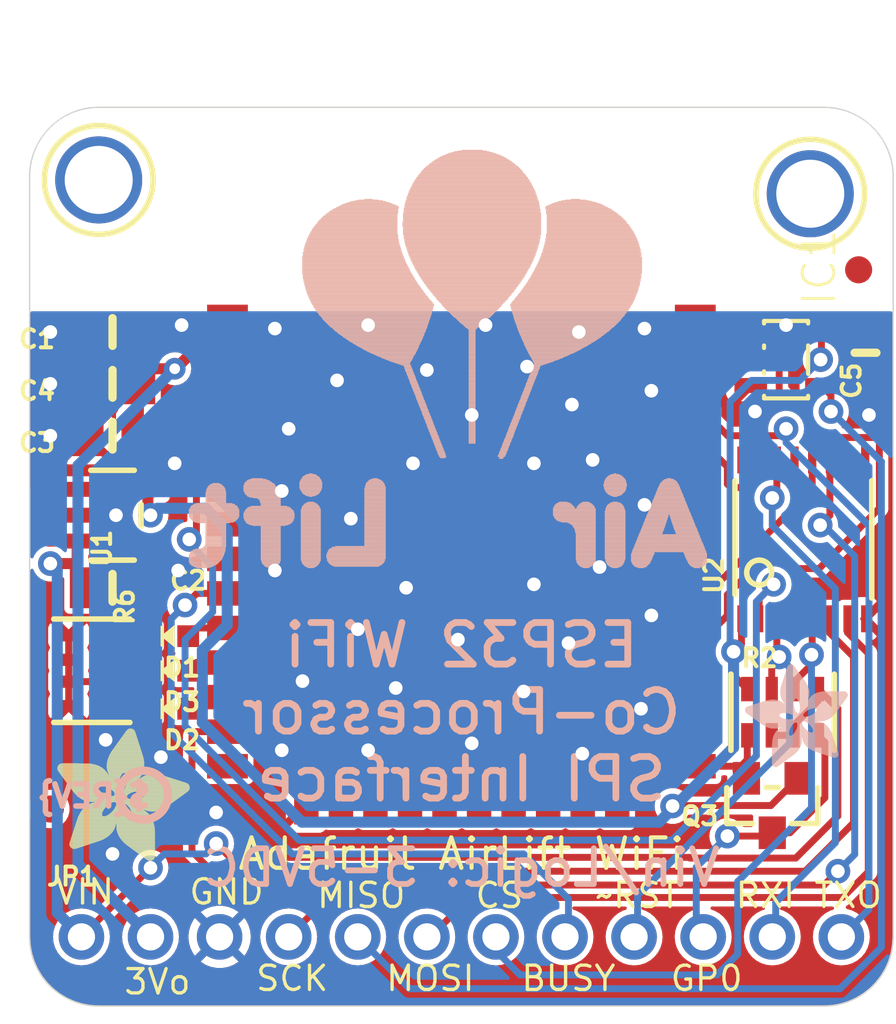
<source format=kicad_pcb>
(kicad_pcb (version 20221018) (generator pcbnew)
  (layers (0 "F.Cu" signal) (1 "In1.Cu" signal) (2 "In2.Cu" signal) (3 "In3.Cu" signal) (4 "In4.Cu" signal) (5 "In5.Cu" signal) (6 "In6.Cu" signal) (7 "In7.Cu" signal) (8 "In8.Cu" signal) (9 "In9.Cu" signal) (10 "In10.Cu" signal) (11 "In11.Cu" signal) (12 "In12.Cu" signal) (13 "In13.Cu" signal) (14 "In14.Cu" signal) (31 "B.Cu" signal) (34 "B.Paste" user) (35 "F.Paste" user) (36 "B.SilkS" user "B.Silkscreen") (37 "F.SilkS" user "F.Silkscreen") (38 "B.Mask" user) (39 "F.Mask" user) (44 "Edge.Cuts" user))
  (net 0 "")
  (net 1 "GND")
  (net 2 "VIN")
  (net 3 "3.3V")
  (net 4 "RESET")
  (net 5 "GPIO0")
  (net 6 "CS_3V")
  (net 7 "RXD")
  (net 8 "ESP_MISO")
  (net 9 "ESP_BUSY")
  (net 10 "SCK")
  (net 11 "MISO")
  (net 12 "MOSI")
  (net 13 "CS")
  (net 14 "RX_3V")
  (net 15 "ESP_TX")
  (net 16 "GPIO0_3V")
  (net 17 "MOSI_3V")
  (net 18 "SCK_3V")
  (net 19 "RESET_3V")
  (net 20 "RED")
  (net 21 "BLUE")
  (net 22 "GREEN")
  (net 23 "N$1")
  (net 24 "N$2")
  (net 25 "N$3")
  (footprint "working:FIDUCIAL_1MM" (layer "F.Cu") (at 163.1061 94.4626)
    (fp_text reference "FID3" hide)
    (fp_text value "FIDUCIAL_1MM" hide)
  )
  (footprint "working:FIDUCIAL_1MM" (layer "F.Cu") (at 133.3881 114.2746)
    (fp_text reference "FID1" hide)
    (fp_text value "FIDUCIAL_1MM" hide)
  )
  (footprint "working:0603-NO" (layer "F.Cu") (at 163.3601 97.5106 -90)
    (fp_text reference "C5")
    (fp_text value "0.1uF")
  )
  (footprint "working:WROOM32" (layer "F.Cu") (at 148.5011 101.1936)
    (fp_text reference "X1" hide)
    (fp_text value "ESP32_WROOM32" hide)
  )
  (footprint "working:CHIPLED_0603_NOOUTLINE" (layer "F.Cu") (at 137.7061 109.1946 90)
    (fp_text reference "D3")
    (fp_text value "RED")
  )
  (footprint "working:0805-NO" (layer "F.Cu") (at 135.6741 96.7486 180)
    (fp_text reference "C1")
    (fp_text value "10uF")
  )
  (footprint "working:CHIPLED_0603_NOOUTLINE" (layer "F.Cu") (at 137.7061 110.5916 90)
    (fp_text reference "D2")
    (fp_text value "BLUE")
  )
  (footprint "working:MOUNTINGHOLE_2.5_PLATED" (layer "F.Cu") (at 161.3281 91.6686)
    (fp_text reference "U$16" hide)
    (fp_text value "MOUNTINGHOLE2.5" hide)
  )
  (footprint "working:0805-NO" (layer "F.Cu") (at 135.6741 106.1466)
    (fp_text reference "C2")
    (fp_text value "10uF")
  )
  (footprint "working:SOT23-5L" (layer "F.Cu") (at 160.4391 97.7646 -90)
    (fp_text reference "IC1")
    (fp_text value "74AHC1G125")
  )
  (footprint "working:0805-NO" (layer "F.Cu") (at 135.6741 100.5586 180)
    (fp_text reference "C3")
    (fp_text value "10uF")
  )
  (footprint "working:SOT23-5" (layer "F.Cu") (at 135.6741 103.4796 -90)
    (fp_text reference "U1")
    (fp_text value "AP2112-3.3")
  )
  (footprint "working:1X12_ROUND" (layer "F.Cu") (at 148.5011 118.9736)
    (fp_text reference "JP1")
    (fp_text value "")
  )
  (footprint "working:CHIPLED_0603_NOOUTLINE" (layer "F.Cu") (at 137.7061 107.9246 90)
    (fp_text reference "D1")
    (fp_text value "GREEN")
  )
  (footprint "working:RESPACK_4X0603" (layer "F.Cu") (at 134.9121 109.1946 -90)
    (fp_text reference "R6")
    (fp_text value "1K")
  )
  (footprint "working:RESPACK_4X0603" (layer "F.Cu") (at 160.3121 110.7186)
    (fp_text reference "R2")
    (fp_text value "10K")
  )
  (footprint "working:ADAFRUIT_5MM" (layer "F.Cu") (at 133.6421 116.1796)
    (fp_text reference "U$21" hide)
    (fp_text value "" hide)
  )
  (footprint "working:0805-NO" (layer "F.Cu") (at 135.6741 98.6536 180)
    (fp_text reference "C4")
    (fp_text value "10uF")
  )
  (footprint "working:SOT23-WIDE" (layer "F.Cu") (at 159.9311 114.1476 180)
    (fp_text reference "Q3")
    (fp_text value "BSS138")
  )
  (footprint "working:MOUNTINGHOLE_2.5_PLATED" (layer "F.Cu") (at 135.1661 91.1606)
    (fp_text reference "U$15" hide)
    (fp_text value "MOUNTINGHOLE2.5" hide)
  )
  (footprint "working:TSSOP16" (layer "F.Cu") (at 161.0741 104.3686)
    (fp_text reference "U2")
    (fp_text value "74AHC4050")
  )
  (footprint "working:AIRLIFT" (layer "B.Cu") (at 157.5181 106.7816 180)
    (fp_text reference "U$24" hide)
    (fp_text value "" hide)
  )
  (footprint "working:ADAFRUIT_3.5MM" (layer "B.Cu") (at 162.7251 112.7506 180)
    (fp_text reference "U$2" hide)
    (fp_text value "" hide)
  )
  (footprint "working:PCBFEAT-REV-040" (layer "B.Cu") (at 136.8171 113.7666 180)
    (fp_text reference "U$13" hide)
    (fp_text value "" hide)
  )
  (gr_line (start 135.1661 121.5136) (end 161.8361 121.5136) (stroke (width 0.05)) (layer "Edge.Cuts"))
  (gr_line (start 164.3761 118.9736) (end 164.3761 91.0336) (stroke (width 0.05)) (layer "Edge.Cuts"))
  (gr_arc (start 132.6261 91.0336) (mid 133.370049 89.237549) (end 135.1661 88.4936) (stroke (width 0.05)) (layer "Edge.Cuts"))
  (gr_line (start 132.6261 91.0336) (end 132.6261 118.9736) (stroke (width 0.05)) (layer "Edge.Cuts"))
  (gr_arc (start 164.3761 118.9736) (mid 163.632151 120.769651) (end 161.8361 121.5136) (stroke (width 0.05)) (layer "Edge.Cuts"))
  (gr_line (start 161.8361 88.4936) (end 135.1661 88.4936) (stroke (width 0.05)) (layer "Edge.Cuts"))
  (gr_arc (start 161.8361 88.4936) (mid 163.632151 89.237549) (end 164.3761 91.0336) (stroke (width 0.05)) (layer "Edge.Cuts"))
  (gr_arc (start 135.1661 121.5136) (mid 133.370049 120.769651) (end 132.6261 118.9736) (stroke (width 0.05)) (layer "Edge.Cuts"))
  (gr_text "ESP32 WiFi\nCo-Processor\nSPI Interface" (at 148.5011 110.7186) (layer "B.SilkS") (effects (font (size 1.52908 1.52908) (thickness 0.24892)) (justify mirror)))
  (gr_text "Vin/Logic: 3-5VDC" (at 148.5011 116.4336) (layer "B.SilkS") (effects (font (size 1.31064 1.31064) (thickness 0.21336)) (justify mirror)))
  (gr_text "RXI" (at 159.6771 117.4496) (layer "F.SilkS") (effects (font (size 0.89408 0.89408) (thickness 0.12192))))
  (gr_text "~RST" (at 154.9781 117.4496) (layer "F.SilkS") (effects (font (size 0.89408 0.89408) (thickness 0.12192))))
  (gr_text "SCK" (at 142.2781 120.4976) (layer "F.SilkS") (effects (font (size 0.89408 0.89408) (thickness 0.12192))))
  (gr_text "VIN" (at 134.6581 117.3226) (layer "F.SilkS") (effects (font (size 0.89408 0.89408) (thickness 0.12192))))
  (gr_text "MISO" (at 144.8181 117.4496) (layer "F.SilkS") (effects (font (size 0.89408 0.89408) (thickness 0.12192))))
  (gr_text "GP0" (at 157.5181 120.4976) (layer "F.SilkS") (effects (font (size 0.89408 0.89408) (thickness 0.12192))))
  (gr_text "GND" (at 139.8651 117.3226) (layer "F.SilkS") (effects (font (size 0.89408 0.89408) (thickness 0.12192))))
  (gr_text "MOSI" (at 147.3581 120.4976) (layer "F.SilkS") (effects (font (size 0.89408 0.89408) (thickness 0.12192))))
  (gr_text "3Vo" (at 137.3251 120.6246) (layer "F.SilkS") (effects (font (size 0.89408 0.89408) (thickness 0.12192))))
  (gr_text "Adafruit AirLift WiFi" (at 148.5011 115.9256) (layer "F.SilkS") (effects (font (size 1.1176 1.1176) (thickness 0.1524))))
  (gr_text "CS" (at 149.8981 117.4496) (layer "F.SilkS") (effects (font (size 0.89408 0.89408) (thickness 0.12192))))
  (gr_text "TXO" (at 162.7251 117.4496) (layer "F.SilkS") (effects (font (size 0.89408 0.89408) (thickness 0.12192))))
  (gr_text "BUSY" (at 152.4381 120.4976) (layer "F.SilkS") (effects (font (size 0.89408 0.89408) (thickness 0.12192))))
  (segment (start 135.7621 109.5946) (end 134.0621 109.5946) (width 0.254) (layer "F.Cu") (net 1))
  (segment (start 134.0621 107.8946) (end 134.0621 108.7946) (width 0.254) (layer "F.Cu") (net 1))
  (segment (start 134.0621 109.5946) (end 134.0621 110.4946) (width 0.254) (layer "F.Cu") (net 1))
  (segment (start 134.0621 108.7946) (end 134.0621 109.5946) (width 0.254) (layer "F.Cu") (net 1))
  (via (at 133.3881 96.7486) (size 0.9064) (drill 0.5) (layers "F.Cu" "B.Cu") (net 1))
  (via (at 143.9291 98.5266) (size 0.9064) (drill 0.5) (layers "F.Cu" "B.Cu") (net 1))
  (via (at 151.1681 106.0196) (size 0.9064) (drill 0.5) (layers "F.Cu" "B.Cu") (net 1))
  (via (at 155.2321 96.6216) (size 0.9064) (drill 0.5) (layers "F.Cu" "B.Cu") (net 1))
  (via (at 146.7231 101.5746) (size 0.9064) (drill 0.5) (layers "F.Cu" "B.Cu") (net 1))
  (via (at 148.3741 108.0516) (size 0.9064) (drill 0.5) (layers "F.Cu" "B.Cu") (net 1))
  (via (at 146.4691 106.1466) (size 0.9064) (drill 0.5) (layers "F.Cu" "B.Cu") (net 1))
  (via (at 135.8011 103.4796) (size 0.9064) (drill 0.5) (layers "F.Cu" "B.Cu") (net 1))
  (via (at 145.0721 112.1156) (size 0.9064) (drill 0.5) (layers "F.Cu" "B.Cu") (net 1))
  (via (at 152.9461 112.2426) (size 0.9064) (drill 0.5) (layers "F.Cu" "B.Cu") (net 1))
  (via (at 151.1681 101.5746) (size 0.9064) (drill 0.5) (layers "F.Cu" "B.Cu") (net 1))
  (via (at 141.8971 102.5906) (size 0.9064) (drill 0.5) (layers "F.Cu" "B.Cu") (net 1))
  (via (at 150.7871 109.9566) (size 0.9064) (drill 0.5) (layers "F.Cu" "B.Cu") (net 1))
  (via (at 155.1051 110.5916) (size 0.9064) (drill 0.5) (layers "F.Cu" "B.Cu") (net 1))
  (via (at 163.4871 99.7966) (size 0.9064) (drill 0.5) (layers "F.Cu" "B.Cu") (net 1))
  (via (at 146.0881 109.8296) (size 0.9064) (drill 0.5) (layers "F.Cu" "B.Cu") (net 1))
  (via (at 138.2141 96.4946) (size 0.9064) (drill 0.5) (layers "F.Cu" "B.Cu") (net 1))
  (via (at 141.8971 112.1156) (size 0.9064) (drill 0.5) (layers "F.Cu" "B.Cu") (net 1))
  (via (at 159.2961 99.6696) (size 0.9064) (drill 0.5) (layers "F.Cu" "B.Cu") (net 1))
  (via (at 160.4391 96.4946) (size 0.9064) (drill 0.5) (layers "F.Cu" "B.Cu") (net 1))
  (via (at 147.2311 98.1456) (size 0.9064) (drill 0.5) (layers "F.Cu" "B.Cu") (net 1))
  (via (at 145.0721 96.4946) (size 0.9064) (drill 0.5) (layers "F.Cu" "B.Cu") (net 1))
  (via (at 150.9141 98.0186) (size 0.9064) (drill 0.5) (layers "F.Cu" "B.Cu") (net 1))
  (via (at 141.6431 105.5116) (size 0.9064) (drill 0.5) (layers "F.Cu" "B.Cu") (net 1))
  (via (at 133.3881 98.6536) (size 0.9064) (drill 0.5) (layers "F.Cu" "B.Cu") (net 1))
  (via (at 133.3881 100.5586) (size 0.9064) (drill 0.5) (layers "F.Cu" "B.Cu") (net 1))
  (via (at 153.3271 101.4476) (size 0.9064) (drill 0.5) (layers "F.Cu" "B.Cu") (net 1))
  (via (at 141.6431 96.6216) (size 0.9064) (drill 0.5) (layers "F.Cu" "B.Cu") (net 1))
  (via (at 138.0871 105.5116) (size 0.9064) (drill 0.5) (layers "F.Cu" "B.Cu") (net 1))
  (via (at 137.9601 101.5746) (size 0.9064) (drill 0.5) (layers "F.Cu" "B.Cu") (net 1))
  (via (at 135.4201 111.7346) (size 0.9064) (drill 0.5) (layers "F.Cu" "B.Cu") (net 1))
  (via (at 149.3901 96.4946) (size 0.9064) (drill 0.5) (layers "F.Cu" "B.Cu") (net 1))
  (via (at 142.1511 100.3046) (size 0.9064) (drill 0.5) (layers "F.Cu" "B.Cu") (net 1))
  (via (at 152.4381 108.1786) (size 0.9064) (drill 0.5) (layers "F.Cu" "B.Cu") (net 1))
  (via (at 153.5811 105.3846) (size 0.9064) (drill 0.5) (layers "F.Cu" "B.Cu") (net 1))
  (via (at 155.4861 98.9076) (size 0.9064) (drill 0.5) (layers "F.Cu" "B.Cu") (net 1))
  (via (at 155.2321 103.0986) (size 0.9064) (drill 0.5) (layers "F.Cu" "B.Cu") (net 1))
  (via (at 139.4841 114.4016) (size 0.9064) (drill 0.5) (layers "F.Cu" "B.Cu") (net 1))
  (via (at 137.4521 112.3696) (size 0.9064) (drill 0.5) (layers "F.Cu" "B.Cu") (net 1))
  (via (at 135.6741 115.9256) (size 0.9064) (drill 0.5) (layers "F.Cu" "B.Cu") (net 1))
  (via (at 148.8821 99.7966) (size 0.9064) (drill 0.5) (layers "F.Cu" "B.Cu") (net 1))
  (via (at 152.8191 96.7486) (size 0.9064) (drill 0.5) (layers "F.Cu" "B.Cu") (net 1))
  (via (at 144.6911 107.6706) (size 0.9064) (drill 0.5) (layers "F.Cu" "B.Cu") (net 1))
  (via (at 142.6591 109.5756) (size 0.9064) (drill 0.5) (layers "F.Cu" "B.Cu") (net 1))
  (via (at 144.4371 103.6066) (size 0.9064) (drill 0.5) (layers "F.Cu" "B.Cu") (net 1))
  (via (at 155.4861 107.1626) (size 0.9064) (drill 0.5) (layers "F.Cu" "B.Cu") (net 1))
  (via (at 152.5651 99.4156) (size 0.9064) (drill 0.5) (layers "F.Cu" "B.Cu") (net 1))
  (via (at 148.8821 111.8616) (size 0.9064) (drill 0.5) (layers "F.Cu" "B.Cu") (net 1))
  (segment (start 161.6211 109.8686) (end 162.3441 110.5916) (width 0.254) (layer "F.Cu") (net 2))
  (segment (start 161.6121 109.8686) (end 161.6211 109.8686) (width 0.254) (layer "F.Cu") (net 2))
  (segment (start 133.3221 102.5296) (end 133.1341 102.7176) (width 0.4064) (layer "F.Cu") (net 2))
  (segment (start 160.6931 111.2266) (end 160.6931 111.5686) (width 0.254) (layer "F.Cu") (net 2))
  (segment (start 156.9083 116.0778) (end 156.8831 116.0526) (width 0.254) (layer "F.Cu") (net 2))
  (segment (start 159.9121 111.5686) (end 160.6931 111.5686) (width 0.254) (layer "F.Cu") (net 2))
  (segment (start 162.3441 114.5286) (end 160.7949 116.0778) (width 0.254) (layer "F.Cu") (net 2))
  (segment (start 160.6931 111.5686) (end 160.7121 111.5686) (width 0.254) (layer "F.Cu") (net 2))
  (segment (start 133.1341 102.7176) (end 133.1341 104.2416) (width 0.4064) (layer "F.Cu") (net 2))
  (segment (start 160.7949 116.0778) (end 156.9083 116.0778) (width 0.254) (layer "F.Cu") (net 2))
  (segment (start 134.374 104.4296) (end 133.3221 104.4296) (width 0.4064) (layer "F.Cu") (net 2))
  (segment (start 161.6121 109.8686) (end 161.6121 110.3076) (width 0.254) (layer "F.Cu") (net 2))
  (segment (start 134.374 104.4296) (end 134.374 105.2576) (width 0.4064) (layer "F.Cu") (net 2))
  (segment (start 162.3441 110.5916) (end 162.3441 114.5286) (width 0.254) (layer "F.Cu") (net 2))
  (segment (start 134.7241 106.1466) (end 134.374 105.7965) (width 0.4064) (layer "F.Cu") (net 2))
  (segment (start 137.0711 116.4336) (end 134.5311 118.9736) (width 0.254) (layer "F.Cu") (net 2))
  (segment (start 161.6121 110.3076) (end 160.6931 111.2266) (width 0.254) (layer "F.Cu") (net 2))
  (segment (start 134.374 102.5296) (end 133.3221 102.5296) (width 0.4064) (layer "F.Cu") (net 2))
  (segment (start 156.8831 116.0526) (end 139.9921 116.0526) (width 0.254) (layer "F.Cu") (net 2))
  (segment (start 139.9921 116.0526) (end 139.4841 115.5446) (width 0.254) (layer "F.Cu") (net 2))
  (segment (start 133.3881 105.2576) (end 134.374 105.2576) (width 0.4064) (layer "F.Cu") (net 2))
  (segment (start 134.374 105.2576) (end 134.374 105.7965) (width 0.4064) (layer "F.Cu") (net 2))
  (segment (start 133.3221 104.4296) (end 133.1341 104.2416) (width 0.4064) (layer "F.Cu") (net 2))
  (via (at 137.0711 116.4336) (size 0.9064) (drill 0.5) (layers "F.Cu" "B.Cu") (net 2))
  (via (at 139.4841 115.5446) (size 0.9064) (drill 0.5) (layers "F.Cu" "B.Cu") (net 2))
  (via (at 133.3881 105.2576) (size 0.9064) (drill 0.5) (layers "F.Cu" "B.Cu") (net 2))
  (segment (start 137.5791 115.9256) (end 137.0711 116.4336) (width 0.254) (layer "B.Cu") (net 2))
  (segment (start 139.4841 115.5446) (end 139.1031 115.9256) (width 0.254) (layer "B.Cu") (net 2))
  (segment (start 139.1031 115.9256) (end 137.5791 115.9256) (width 0.254) (layer "B.Cu") (net 2))
  (segment (start 133.6421 105.5116) (end 133.6421 118.0846) (width 0.4064) (layer "B.Cu") (net 2))
  (segment (start 133.3881 105.2576) (end 133.6421 105.5116) (width 0.4064) (layer "B.Cu") (net 2))
  (segment (start 133.6421 118.0846) (end 134.5311 118.9736) (width 0.4064) (layer "B.Cu") (net 2))
  (segment (start 161.7391 96.8146) (end 162.9521 96.8146) (width 0.254) (layer "F.Cu") (net 3))
  (segment (start 137.9961 98.0986) (end 137.9601 98.0986) (width 0.4064) (layer "F.Cu") (net 3))
  (segment (start 138.6311 97.4636) (end 137.9961 98.0986) (width 0.4064) (layer "F.Cu") (net 3))
  (segment (start 136.6241 96.7486) (end 136.6241 98.6536) (width 0.4064) (layer "F.Cu") (net 3))
  (segment (start 159.8811 114.1476) (end 156.2481 114.1476) (width 0.254) (layer "F.Cu") (net 3))
  (segment (start 137.9601 98.0986) (end 137.1791 98.0986) (width 0.4064) (layer "F.Cu") (net 3))
  (segment (start 163.1061 96.6606) (end 162.9521 96.8146) (width 0.254) (layer "F.Cu") (net 3))
  (segment (start 158.55165 108.45015) (end 158.7991 108.2027) (width 0.254) (layer "F.Cu") (net 3))
  (segment (start 161.7391 96.8146) (end 161.7391 97.7346) (width 0.254) (layer "F.Cu") (net 3))
  (segment (start 163.3601 96.6606) (end 163.1061 96.6606) (width 0.254) (layer "F.Cu") (net 3))
  (segment (start 158.55165 109.40815) (end 158.55165 108.45015) (width 0.254) (layer "F.Cu") (net 3))
  (segment (start 136.9742 103.3827) (end 136.9742 102.5296) (width 0.4064) (layer "F.Cu") (net 3))
  (segment (start 136.6241 100.5586) (end 136.6241 102.1795) (width 0.4064) (layer "F.Cu") (net 3))
  (segment (start 137.1791 98.0986) (end 136.6241 98.6536) (width 0.4064) (layer "F.Cu") (net 3))
  (segment (start 137.0711 103.4796) (end 136.9742 103.3827) (width 0.4064) (layer "F.Cu") (net 3))
  (segment (start 158.5075 108.4943) (end 158.55165 108.45015) (width 0.254) (layer "F.Cu") (net 3))
  (segment (start 136.9742 102.5296) (end 136.6241 102.1795) (width 0.4064) (layer "F.Cu") (net 3))
  (segment (start 158.7991 107.2864) (end 158.7991 108.2027) (width 0.254) (layer "F.Cu") (net 3))
  (segment (start 160.8811 113.1476) (end 159.8811 114.1476) (width 0.254) (layer "F.Cu") (net 3))
  (segment (start 139.9011 97.4636) (end 138.6311 97.4636) (width 0.4064) (layer "F.Cu") (net 3))
  (segment (start 156.26565 114.16515) (end 156.2481 114.1476) (width 0.254) (layer "F.Cu") (net 3))
  (segment (start 161.7391 97.7346) (end 161.7091 97.7646) (width 0.254) (layer "F.Cu") (net 3))
  (segment (start 159.0121 109.8686) (end 158.55165 109.40815) (width 0.254) (layer "F.Cu") (net 3))
  (segment (start 136.6241 98.6536) (end 136.6241 100.5586) (width 0.4064) (layer "F.Cu") (net 3))
  (via (at 158.5075 108.4943) (size 0.9064) (drill 0.5) (layers "F.Cu" "B.Cu") (net 3))
  (via (at 137.9601 98.0986) (size 0.8001) (drill 0.3937) (layers "F.Cu" "B.Cu") (net 3))
  (via (at 137.0711 103.4796) (size 0.9064) (drill 0.5) (layers "F.Cu" "B.Cu") (net 3))
  (via (at 156.26565 114.16515) (size 0.9064) (drill 0.5) (layers "F.Cu" "B.Cu") (net 3))
  (via (at 161.7091 97.7646) (size 0.9064) (drill 0.5) (layers "F.Cu" "B.Cu") (net 3))
  (segment (start 161.7091 97.7646) (end 160.9471 98.5266) (width 0.254) (layer "B.Cu") (net 3))
  (segment (start 158.5075 108.4943) (end 158.5075 112.0152) (width 0.4064) (layer "B.Cu") (net 3))
  (segment (start 156.26565 114.264707) (end 155.773156 114.7572) (width 0.4064) (layer "B.Cu") (net 3))
  (segment (start 139.8905 107.5182) (end 139.8905 104.013) (width 0.4064) (layer "B.Cu") (net 3))
  (segment (start 156.26565 114.16515) (end 156.26565 114.264707) (width 0.4064) (layer "B.Cu") (net 3))
  (segment (start 137.3251 103.2256) (end 137.0711 103.4796) (width 0.4064) (layer "B.Cu") (net 3))
  (segment (start 158.3805 99.3152) (end 158.3805 108.4943) (width 0.254) (layer "B.Cu") (net 3))
  (segment (start 134.4041 101.654604) (end 134.4041 116.3066) (width 0.4064) (layer "B.Cu") (net 3))
  (segment (start 158.5075 108.4943) (end 158.3805 108.4943) (width 0.254) (layer "B.Cu") (net 3))
  (segment (start 139.8905 104.013) (end 139.1031 103.2256) (width 0.4064) (layer "B.Cu") (net 3))
  (segment (start 160.9471 98.5266) (end 159.1691 98.5266) (width 0.254) (layer "B.Cu") (net 3))
  (segment (start 134.4041 116.3066) (end 137.0711 118.9736) (width 0.4064) (layer "B.Cu") (net 3))
  (segment (start 138.9761 111.0996) (end 138.9761 108.4326) (width 0.4064) (layer "B.Cu") (net 3))
  (segment (start 137.9601 98.0986) (end 134.4041 101.654604) (width 0.4064) (layer "B.Cu") (net 3))
  (segment (start 139.1031 103.2256) (end 137.3251 103.2256) (width 0.4064) (layer "B.Cu") (net 3))
  (segment (start 155.773156 114.7572) (end 142.6337 114.7572) (width 0.4064) (layer "B.Cu") (net 3))
  (segment (start 156.26565 114.16515) (end 156.35755 114.16515) (width 0.4064) (layer "B.Cu") (net 3))
  (segment (start 138.9761 108.4326) (end 139.8905 107.5182) (width 0.4064) (layer "B.Cu") (net 3))
  (segment (start 158.5075 112.0152) (end 156.35755 114.16515) (width 0.4064) (layer "B.Cu") (net 3))
  (segment (start 159.1691 98.5266) (end 158.3805 99.3152) (width 0.254) (layer "B.Cu") (net 3))
  (segment (start 142.6337 114.7572) (end 138.9761 111.0996) (width 0.4064) (layer "B.Cu") (net 3))
  (segment (start 159.9121 108.7876) (end 159.9121 109.8686) (width 0.254) (layer "F.Cu") (net 4))
  (segment (start 160.0991 107.2864) (end 160.0991 108.6006) (width 0.254) (layer "F.Cu") (net 4))
  (segment (start 159.9121 108.7876) (end 160.0991 108.6006) (width 0.254) (layer "F.Cu") (net 4))
  (segment (start 160.0991 108.6006) (end 160.1851 108.6866) (width 0.254) (layer "F.Cu") (net 4))
  (via (at 160.1851 108.6866) (size 0.9064) (drill 0.5) (layers "F.Cu" "B.Cu") (net 4))
  (segment (start 154.9781 118.8466) (end 154.8511 118.9736) (width 0.254) (layer "B.Cu") (net 4))
  (segment (start 160.5661 111.8616) (end 154.9781 117.4496) (width 0.254) (layer "B.Cu") (net 4))
  (segment (start 160.5661 109.0676) (end 160.1851 108.6866) (width 0.254) (layer "B.Cu") (net 4))
  (segment (start 160.5661 109.0676) (end 160.5661 111.8616) (width 0.254) (layer "B.Cu") (net 4))
  (segment (start 154.9781 117.4496) (end 154.9781 118.8466) (width 0.254) (layer "B.Cu") (net 4))
  (segment (start 161.8661 111.8226) (end 161.8661 113.8636) (width 0.254) (layer "F.Cu") (net 5))
  (segment (start 159.9311 115.1476) (end 159.8095 115.2692) (width 0.254) (layer "F.Cu") (net 5))
  (segment (start 160.5821 115.1476) (end 161.8661 113.8636) (width 0.254) (layer "F.Cu") (net 5))
  (segment (start 161.8661 111.8226) (end 161.6121 111.5686) (width 0.254) (layer "F.Cu") (net 5))
  (segment (start 159.8095 115.2692) (end 158.2801 115.2692) (width 0.254) (layer "F.Cu") (net 5))
  (segment (start 160.5821 115.1476) (end 159.9311 115.1476) (width 0.254) (layer "F.Cu") (net 5))
  (via (at 158.2801 115.2692) (size 0.9064) (drill 0.5) (layers "F.Cu" "B.Cu") (net 5))
  (segment (start 158.2801 115.2692) (end 157.1371 116.4122) (width 0.254) (layer "B.Cu") (net 5))
  (segment (start 157.3911 118.9736) (end 157.1371 118.7196) (width 0.254) (layer "B.Cu") (net 5))
  (segment (start 157.1371 118.7196) (end 157.1371 116.4122) (width 0.254) (layer "B.Cu") (net 5))
  (segment (start 160.8761 105.4406) (end 160.8761 106.3974) (width 0.254) (layer "F.Cu") (net 6))
  (segment (start 159.6771 105.0036) (end 158.2801 106.4006) (width 0.254) (layer "F.Cu") (net 6))
  (segment (start 163.8681 103.2256) (end 161.6531 105.4406) (width 0.254) (layer "F.Cu") (net 6))
  (segment (start 160.1851 105.0036) (end 160.6221 105.4406) (width 0.254) (layer "F.Cu") (net 6))
  (segment (start 163.8681 100.6856) (end 163.8681 103.2256) (width 0.254) (layer "F.Cu") (net 6))
  (segment (start 158.2801 107.1626) (end 158.2801 106.4006) (width 0.254) (layer "F.Cu") (net 6))
  (segment (start 159.6471 96.8146) (end 159.1391 96.8146) (width 0.254) (layer "F.Cu") (net 6))
  (segment (start 160.1851 97.3526) (end 159.6471 96.8146) (width 0.254) (layer "F.Cu") (net 6))
  (segment (start 161.9028 100.6253) (end 163.8078 100.6253) (width 0.254) (layer "F.Cu") (net 6))
  (segment (start 157.8191 107.6236) (end 157.1011 107.6236) (width 0.254) (layer "F.Cu") (net 6))
  (segment (start 160.6221 105.4406) (end 160.8761 105.4406) (width 0.254) (layer "F.Cu") (net 6))
  (segment (start 163.8078 100.6253) (end 163.8681 100.6856) (width 0.254) (layer "F.Cu") (net 6))
  (segment (start 161.9028 100.6253) (end 160.1851 98.9076) (width 0.254) (layer "F.Cu") (net 6))
  (segment (start 160.1851 105.0036) (end 159.6771 105.0036) (width 0.254) (layer "F.Cu") (net 6))
  (segment (start 160.1851 97.3526) (end 160.1851 98.9076) (width 0.254) (layer "F.Cu") (net 6))
  (segment (start 160.8761 106.3974) (end 160.7491 106.5244) (width 0.254) (layer "F.Cu") (net 6))
  (segment (start 160.7491 106.5244) (end 160.7491 107.2864) (width 0.254) (layer "F.Cu") (net 6))
  (segment (start 161.6531 105.4406) (end 160.8761 105.4406) (width 0.254) (layer "F.Cu") (net 6))
  (segment (start 158.2801 107.1626) (end 157.8191 107.6236) (width 0.254) (layer "F.Cu") (net 6))
  (segment (start 160.0991 102.6766) (end 159.9311 102.8446) (width 0.254) (layer "F.Cu") (net 7))
  (segment (start 160.0991 101.4508) (end 160.0991 102.6766) (width 0.254) (layer "F.Cu") (net 7))
  (via (at 159.9311 102.8446) (size 0.9064) (drill 0.5) (layers "F.Cu" "B.Cu") (net 7))
  (segment (start 160.0581 118.8466) (end 159.9311 118.9736) (width 0.254) (layer "B.Cu") (net 7))
  (segment (start 162.25035 106.17985) (end 159.9311 103.8606) (width 0.254) (layer "B.Cu") (net 7))
  (segment (start 162.25035 106.17985) (end 162.25035 115.51135) (width 0.254) (layer "B.Cu") (net 7))
  (segment (start 160.0581 117.7036) (end 160.0581 118.8466) (width 0.254) (layer "B.Cu") (net 7))
  (segment (start 159.9311 102.8446) (end 159.9311 103.8606) (width 0.254) (layer "B.Cu") (net 7))
  (segment (start 162.25035 115.51135) (end 160.0581 117.7036) (width 0.254) (layer "B.Cu") (net 7))
  (segment (start 158.1231 97.6376) (end 157.9491 97.4636) (width 0.254) (layer "F.Cu") (net 8))
  (segment (start 157.1011 97.4636) (end 157.9491 97.4636) (width 0.254) (layer "F.Cu") (net 8))
  (segment (start 159.0121 97.6376) (end 158.1231 97.6376) (width 0.254) (layer "F.Cu") (net 8))
  (segment (start 159.1391 97.7646) (end 159.0121 97.6376) (width 0.254) (layer "F.Cu") (net 8))
  (segment (start 138.7691 106.3536) (end 139.9011 106.3536) (width 0.254) (layer "F.Cu") (net 9))
  (segment (start 138.3411 106.7816) (end 138.7691 106.3536) (width 0.254) (layer "F.Cu") (net 9))
  (via (at 138.3411 106.7816) (size 0.9064) (drill 0.5) (layers "F.Cu" "B.Cu") (net 9))
  (segment (start 150.7871 115.9256) (end 142.2781 115.9256) (width 0.254) (layer "B.Cu") (net 9))
  (segment (start 152.3111 118.9736) (end 152.3111 118.719597) (width 0.254) (layer "B.Cu") (net 9))
  (segment (start 152.4381 118.592597) (end 152.4381 117.576604) (width 0.254) (layer "B.Cu") (net 9))
  (segment (start 152.4381 117.576604) (end 150.7871 115.9256) (width 0.254) (layer "B.Cu") (net 9))
  (segment (start 137.8331 107.2896) (end 137.8331 111.4806) (width 0.254) (layer "B.Cu") (net 9))
  (segment (start 142.2781 115.9256) (end 137.8331 111.4806) (width 0.254) (layer "B.Cu") (net 9))
  (segment (start 137.8331 107.2896) (end 138.3411 106.7816) (width 0.254) (layer "B.Cu") (net 9))
  (segment (start 152.3111 118.719597) (end 152.4381 118.592597) (width 0.254) (layer "B.Cu") (net 9))
  (segment (start 144.0561 117.0686) (end 142.1511 118.9736) (width 0.254) (layer "F.Cu") (net 10))
  (segment (start 162.0491 103.4855) (end 161.69155 103.84305) (width 0.254) (layer "F.Cu") (net 10))
  (segment (start 161.8361 117.0686) (end 144.0561 117.0686) (width 0.254) (layer "F.Cu") (net 10))
  (segment (start 162.0491 101.4508) (end 162.0491 103.4855) (width 0.254) (layer "F.Cu") (net 10))
  (segment (start 162.3441 116.5606) (end 161.8361 117.0686) (width 0.254) (layer "F.Cu") (net 10))
  (via (at 161.69155 103.84305) (size 0.9064) (drill 0.5) (layers "F.Cu" "B.Cu") (net 10))
  (via (at 162.3441 116.5606) (size 0.9064) (drill 0.5) (layers "F.Cu" "B.Cu") (net 10))
  (segment (start 162.96155 115.94315) (end 162.3441 116.5606) (width 0.254) (layer "B.Cu") (net 10))
  (segment (start 162.96155 104.98605) (end 161.81855 103.84305) (width 0.254) (layer "B.Cu") (net 10))
  (segment (start 162.96155 104.98605) (end 162.96155 115.94315) (width 0.254) (layer "B.Cu") (net 10))
  (segment (start 161.69155 103.84305) (end 161.81855 103.84305) (width 0.254) (layer "B.Cu") (net 10))
  (segment (start 162.0901 99.0656) (end 161.7391 98.7146) (width 0.254) (layer "F.Cu") (net 11))
  (segment (start 162.0901 99.0656) (end 162.0901 99.6696) (width 0.254) (layer "F.Cu") (net 11))
  (via (at 162.0901 99.6696) (size 0.9064) (drill 0.5) (layers "F.Cu" "B.Cu") (net 11))
  (segment (start 162.4203 120.8786) (end 146.5961 120.8786) (width 0.254) (layer "B.Cu") (net 11))
  (segment (start 162.101681 99.6696) (end 162.0901 99.6696) (width 0.254) (layer "B.Cu") (net 11))
  (segment (start 163.9443 119.3546) (end 163.9443 101.512219) (width 0.254) (layer "B.Cu") (net 11))
  (segment (start 163.9443 119.3546) (end 162.4203 120.8786) (width 0.254) (layer "B.Cu") (net 11))
  (segment (start 163.9443 101.512219) (end 162.101681 99.6696) (width 0.254) (layer "B.Cu") (net 11))
  (segment (start 146.5961 120.8786) (end 144.6911 118.9736) (width 0.254) (layer "B.Cu") (net 11))
  (segment (start 148.8059 117.5258) (end 147.3581 118.9736) (width 0.254) (layer "F.Cu") (net 12))
  (segment (start 147.3581 118.9736) (end 147.2311 118.9736) (width 0.254) (layer "F.Cu") (net 12))
  (segment (start 163.4611 108.5564) (end 162.6991 107.7944) (width 0.254) (layer "F.Cu") (net 12))
  (segment (start 163.4611 116.5866) (end 162.5219 117.5258) (width 0.254) (layer "F.Cu") (net 12))
  (segment (start 162.5219 117.5258) (end 148.8059 117.5258) (width 0.254) (layer "F.Cu") (net 12))
  (segment (start 163.4611 108.5564) (end 163.4611 116.5866) (width 0.254) (layer "F.Cu") (net 12))
  (segment (start 162.6991 107.2864) (end 162.6991 107.7944) (width 0.254) (layer "F.Cu") (net 12))
  (segment (start 160.7121 109.8686) (end 160.7121 109.626625) (width 0.254) (layer "F.Cu") (net 13))
  (segment (start 161.3991 108.5805) (end 161.37405 108.60555) (width 0.254) (layer "F.Cu") (net 13))
  (segment (start 161.3991 107.2864) (end 161.3991 108.5805) (width 0.254) (layer "F.Cu") (net 13))
  (segment (start 161.3991 108.939625) (end 161.3991 108.5805) (width 0.254) (layer "F.Cu") (net 13))
  (segment (start 160.7121 109.626625) (end 161.3991 108.939625) (width 0.254) (layer "F.Cu") (net 13))
  (via (at 161.37405 108.60555) (size 0.9064) (drill 0.5) (layers "F.Cu" "B.Cu") (net 13))
  (segment (start 149.7711 118.9736) (end 149.7711 119.4816) (width 0.254) (layer "B.Cu") (net 13))
  (segment (start 158.6611 119.6086) (end 158.6611 116.9416) (width 0.254) (layer "B.Cu") (net 13))
  (segment (start 161.37405 114.22865) (end 161.37405 108.60555) (width 0.254) (layer "B.Cu") (net 13))
  (segment (start 161.37405 114.22865) (end 158.6611 116.9416) (width 0.254) (layer "B.Cu") (net 13))
  (segment (start 157.8991 120.3706) (end 158.6611 119.6086) (width 0.254) (layer "B.Cu") (net 13))
  (segment (start 149.7711 119.4816) (end 150.6601 120.3706) (width 0.254) (layer "B.Cu") (net 13))
  (segment (start 150.6601 120.3706) (end 157.8991 120.3706) (width 0.254) (layer "B.Cu") (net 13))
  (segment (start 159.4491 101.4508) (end 159.4491 102.1836) (width 0.254) (layer "F.Cu") (net 14))
  (segment (start 158.2801 101.7016) (end 157.8521 101.2736) (width 0.254) (layer "F.Cu") (net 14))
  (segment (start 158.4071 102.4636) (end 158.2801 102.3366) (width 0.254) (layer "F.Cu") (net 14))
  (segment (start 159.1691 102.4636) (end 158.4071 102.4636) (width 0.254) (layer "F.Cu") (net 14))
  (segment (start 157.8521 101.2736) (end 157.1011 101.2736) (width 0.254) (layer "F.Cu") (net 14))
  (segment (start 159.4491 102.1836) (end 159.1691 102.4636) (width 0.254) (layer "F.Cu") (net 14))
  (segment (start 158.2801 101.7016) (end 158.2801 102.3366) (width 0.254) (layer "F.Cu") (net 14))
  (segment (start 160.4391 100.3046) (end 160.1851 100.5586) (width 0.254) (layer "F.Cu") (net 15))
  (segment (start 160.1851 100.5586) (end 158.2911 100.5586) (width 0.254) (layer "F.Cu") (net 15))
  (segment (start 157.1011 100.0036) (end 157.7361 100.0036) (width 0.254) (layer "F.Cu") (net 15))
  (segment (start 158.2911 100.5586) (end 157.7361 100.0036) (width 0.254) (layer "F.Cu") (net 15))
  (via (at 160.4391 100.3046) (size 0.9064) (drill 0.5) (layers "F.Cu" "B.Cu") (net 15))
  (segment (start 160.4391 100.8126) (end 163.4871 103.8606) (width 0.254) (layer "B.Cu") (net 15))
  (segment (start 163.4871 103.8606) (end 163.4871 117.9576) (width 0.254) (layer "B.Cu") (net 15))
  (segment (start 163.4871 117.9576) (end 162.4711 118.9736) (width 0.254) (layer "B.Cu") (net 15))
  (segment (start 160.4391 100.3046) (end 160.4391 100.8126) (width 0.254) (layer "B.Cu") (net 15))
  (segment (start 157.1011 112.7036) (end 158.6001 112.7036) (width 0.254) (layer "F.Cu") (net 16))
  (segment (start 158.9811 112.4966) (end 158.6001 112.8776) (width 0.254) (layer "F.Cu") (net 16))
  (segment (start 158.6001 112.7036) (end 158.6001 112.8776) (width 0.254) (layer "F.Cu") (net 16))
  (segment (start 159.0121 112.4656) (end 158.9811 112.4966) (width 0.254) (layer "F.Cu") (net 16))
  (segment (start 158.9811 112.4966) (end 158.9811 113.1476) (width 0.254) (layer "F.Cu") (net 16))
  (segment (start 159.0121 111.5686) (end 159.0121 112.4656) (width 0.254) (layer "F.Cu") (net 16))
  (segment (start 162.9188 108.684825) (end 162.0491 107.815125) (width 0.254) (layer "F.Cu") (net 17))
  (segment (start 162.9188 108.684825) (end 162.9188 114.7826) (width 0.254) (layer "F.Cu") (net 17))
  (segment (start 138.7691 111.4336) (end 138.5951 111.6076) (width 0.254) (layer "F.Cu") (net 17))
  (segment (start 138.5951 111.6076) (end 138.5951 115.8337) (width 0.254) (layer "F.Cu") (net 17))
  (segment (start 139.9011 111.4336) (end 138.7691 111.4336) (width 0.254) (layer "F.Cu") (net 17))
  (segment (start 162.9188 114.7826) (end 161.1408 116.5606) (width 0.254) (layer "F.Cu") (net 17))
  (segment (start 162.0491 107.2864) (end 162.0491 107.815125) (width 0.254) (layer "F.Cu") (net 17))
  (segment (start 161.1408 116.5606) (end 139.322 116.5606) (width 0.254) (layer "F.Cu") (net 17))
  (segment (start 139.322 116.5606) (end 138.5951 115.8337) (width 0.254) (layer "F.Cu") (net 17))
  (segment (start 161.3991 101.4508) (end 161.3991 102.5196) (width 0.254) (layer "F.Cu") (net 18))
  (segment (start 161.3991 102.5196) (end 157.5651 106.3536) (width 0.254) (layer "F.Cu") (net 18))
  (segment (start 157.1011 106.3536) (end 157.5651 106.3536) (width 0.254) (layer "F.Cu") (net 18))
  (segment (start 138.7581 99.3686) (end 138.7581 104.1052) (width 0.254) (layer "F.Cu") (net 19))
  (segment (start 139.9011 98.7336) (end 139.3931 98.7336) (width 0.254) (layer "F.Cu") (net 19))
  (segment (start 159.9807 106.0196) (end 159.4491 106.5512) (width 0.254) (layer "F.Cu") (net 19))
  (segment (start 138.7581 104.1052) (end 138.4947 104.3686) (width 0.254) (layer "F.Cu") (net 19))
  (segment (start 139.3931 98.7336) (end 138.7581 99.3686) (width 0.254) (layer "F.Cu") (net 19))
  (segment (start 159.4491 107.2864) (end 159.4491 106.5512) (width 0.254) (layer "F.Cu") (net 19))
  (via (at 138.4947 104.3686) (size 0.9064) (drill 0.5) (layers "F.Cu" "B.Cu") (net 19))
  (via (at 159.9807 106.0196) (size 0.9064) (drill 0.5) (layers "F.Cu" "B.Cu") (net 19))
  (segment (start 159.9807 106.0196) (end 159.3457 106.6546) (width 0.254) (layer "B.Cu") (net 19))
  (segment (start 159.3457 106.6546) (end 159.3457 112.32) (width 0.254) (layer "B.Cu") (net 19))
  (segment (start 138.6165 104.4904) (end 138.4947 104.3686) (width 0.254) (layer "B.Cu") (net 19))
  (segment (start 139.3571 105.3846) (end 138.6165 104.644) (width 0.254) (layer "B.Cu") (net 19))
  (segment (start 159.3457 112.32) (end 156.2481 115.4176) (width 0.254) (layer "B.Cu") (net 19))
  (segment (start 138.3411 108.0516) (end 139.3571 107.0356) (width 0.254) (layer "B.Cu") (net 19))
  (segment (start 139.3571 107.0356) (end 139.3571 105.3846) (width 0.254) (layer "B.Cu") (net 19))
  (segment (start 142.5321 115.4176) (end 138.3411 111.2266) (width 0.254) (layer "B.Cu") (net 19))
  (segment (start 138.6165 104.644) (end 138.6165 104.4904) (width 0.254) (layer "B.Cu") (net 19))
  (segment (start 138.3411 108.0516) (end 138.3411 111.2266) (width 0.254) (layer "B.Cu") (net 19))
  (segment (start 156.2481 115.4176) (end 142.5321 115.4176) (width 0.254) (layer "B.Cu") (net 19))
  (segment (start 138.7571 108.8936) (end 138.4561 109.1946) (width 0.254) (layer "F.Cu") (net 20))
  (segment (start 139.9011 108.8936) (end 138.7571 108.8936) (width 0.254) (layer "F.Cu") (net 20))
  (segment (start 139.9011 110.1636) (end 138.8841 110.1636) (width 0.254) (layer "F.Cu") (net 21))
  (segment (start 138.8841 110.1636) (end 138.4561 110.5916) (width 0.254) (layer "F.Cu") (net 21))
  (segment (start 138.7571 107.6236) (end 138.4561 107.9246) (width 0.254) (layer "F.Cu") (net 22))
  (segment (start 139.9011 107.6236) (end 138.7571 107.6236) (width 0.254) (layer "F.Cu") (net 22))
  (segment (start 136.5561 108.7946) (end 135.7621 108.7946) (width 0.254) (layer "F.Cu") (net 23))
  (segment (start 136.9561 109.1946) (end 136.5561 108.7946) (width 0.254) (layer "F.Cu") (net 23))
  (segment (start 135.7921 107.9246) (end 135.7621 107.8946) (width 0.254) (layer "F.Cu") (net 24))
  (segment (start 136.9561 107.9246) (end 135.7921 107.9246) (width 0.254) (layer "F.Cu") (net 24))
  (segment (start 135.8591 110.5916) (end 135.7621 110.4946) (width 0.254) (layer "F.Cu") (net 25))
  (segment (start 136.9561 110.5916) (end 135.8591 110.5916) (width 0.254) (layer "F.Cu") (net 25))
  (zone (net 1) (net_name "GND") (layer "F.Cu") (priority 6) (connect_pads (clearance 0.000001)) (min_thickness 0.127) (fill yes (thermal_gap 0.304) (thermal_bridge_width 0.304))
    (polygon (pts (xy 164.5031 121.6406) (xy 132.4991 121.6406) (xy 132.4991 95.9866) (xy 164.5031 95.9866)))
  )
  (zone (net 1) (net_name "GND") (layer "B.Cu") (priority 6) (connect_pads (clearance 0.000001)) (min_thickness 0.127) (fill yes (thermal_gap 0.304) (thermal_bridge_width 0.304))
    (polygon (pts (xy 164.5031 121.6406) (xy 132.4991 121.6406) (xy 132.4991 95.9866) (xy 164.5031 95.9866)))
  )
)
</source>
